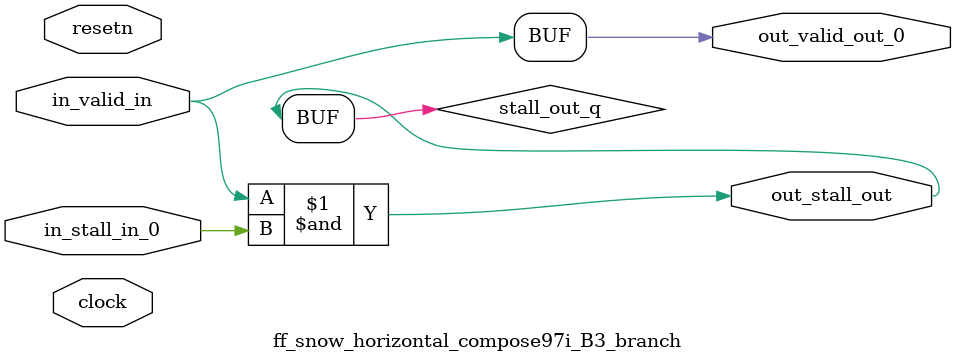
<source format=sv>



(* altera_attribute = "-name AUTO_SHIFT_REGISTER_RECOGNITION OFF; -name MESSAGE_DISABLE 10036; -name MESSAGE_DISABLE 10037; -name MESSAGE_DISABLE 14130; -name MESSAGE_DISABLE 14320; -name MESSAGE_DISABLE 15400; -name MESSAGE_DISABLE 14130; -name MESSAGE_DISABLE 10036; -name MESSAGE_DISABLE 12020; -name MESSAGE_DISABLE 12030; -name MESSAGE_DISABLE 12010; -name MESSAGE_DISABLE 12110; -name MESSAGE_DISABLE 14320; -name MESSAGE_DISABLE 13410; -name MESSAGE_DISABLE 113007; -name MESSAGE_DISABLE 10958" *)
module ff_snow_horizontal_compose97i_B3_branch (
    input wire [0:0] in_stall_in_0,
    input wire [0:0] in_valid_in,
    output wire [0:0] out_stall_out,
    output wire [0:0] out_valid_out_0,
    input wire clock,
    input wire resetn
    );

    wire [0:0] stall_out_q;


    // stall_out(LOGICAL,6)
    assign stall_out_q = in_valid_in & in_stall_in_0;

    // out_stall_out(GPOUT,4)
    assign out_stall_out = stall_out_q;

    // out_valid_out_0(GPOUT,5)
    assign out_valid_out_0 = in_valid_in;

endmodule

</source>
